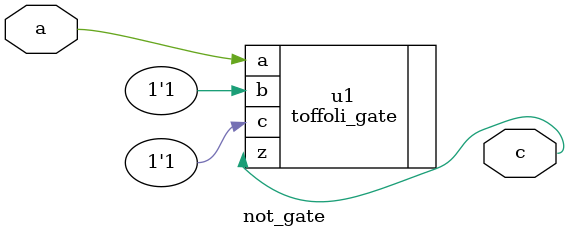
<source format=v>
`timescale 1ns / 1ps
module not_gate(output c, input a);
  toffoli_gate u1(.z(c), .a(a), .b(1'b1), .c(1'b1));
endmodule

</source>
